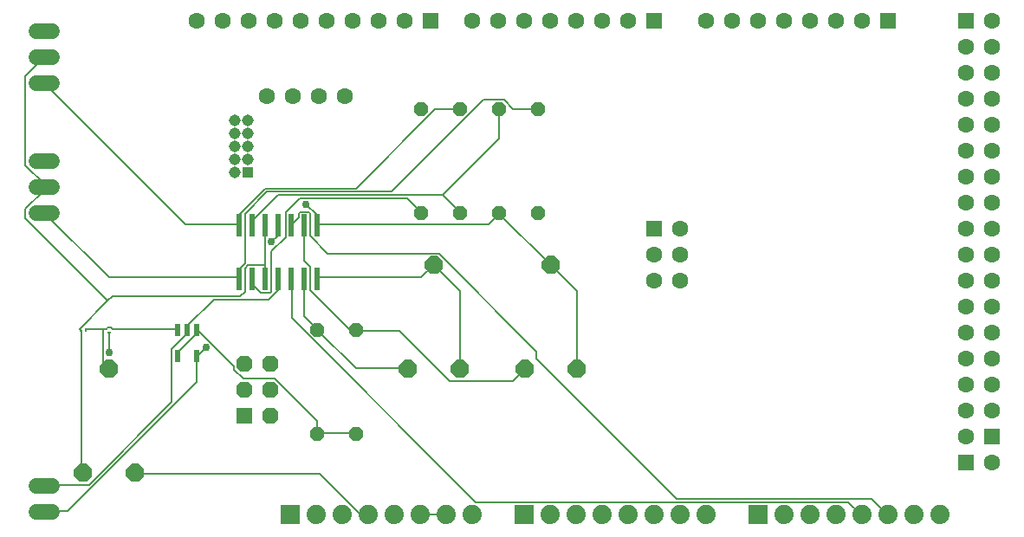
<source format=gbr>
G04 EAGLE Gerber RS-274X export*
G75*
%MOMM*%
%FSLAX34Y34*%
%LPD*%
%INTop Copper*%
%IPPOS*%
%AMOC8*
5,1,8,0,0,1.08239X$1,22.5*%
G01*
%ADD10R,1.879600X1.879600*%
%ADD11C,1.879600*%
%ADD12R,1.600200X1.600200*%
%ADD13C,1.600200*%
%ADD14C,1.143000*%
%ADD15R,1.108000X1.108000*%
%ADD16P,1.732040X8X22.500000*%
%ADD17R,0.250000X0.350000*%
%ADD18R,0.350000X0.250000*%
%ADD19C,1.524000*%
%ADD20P,1.429621X8X292.500000*%
%ADD21P,1.429621X8X112.500000*%
%ADD22P,1.924489X8X22.500000*%
%ADD23R,0.600000X1.200000*%
%ADD24R,0.600000X2.200000*%
%ADD25C,0.152400*%
%ADD26C,0.756400*%


D10*
X519430Y175260D03*
D11*
X544830Y175260D03*
X570230Y175260D03*
X595630Y175260D03*
X621030Y175260D03*
X646430Y175260D03*
X671830Y175260D03*
X697230Y175260D03*
X367030Y175260D03*
X392430Y175260D03*
X417830Y175260D03*
X443230Y175260D03*
X468630Y175260D03*
D10*
X748030Y175260D03*
D11*
X773430Y175260D03*
X798830Y175260D03*
X824230Y175260D03*
X849630Y175260D03*
X875030Y175260D03*
X900430Y175260D03*
X925830Y175260D03*
D12*
X976630Y251460D03*
D13*
X951230Y251460D03*
X976630Y276860D03*
X951230Y276860D03*
X976630Y302260D03*
X951230Y302260D03*
X976630Y327660D03*
X951230Y327660D03*
X976630Y353060D03*
X951230Y353060D03*
X976630Y378460D03*
X951230Y378460D03*
X976630Y403860D03*
X951230Y403860D03*
X976630Y429260D03*
X951230Y429260D03*
X976630Y454660D03*
X951230Y454660D03*
X976630Y480060D03*
X951230Y480060D03*
X976630Y505460D03*
X951230Y505460D03*
X976630Y530860D03*
X951230Y530860D03*
X976630Y556260D03*
X951230Y556260D03*
X976630Y581660D03*
X951230Y581660D03*
X976630Y607060D03*
X951230Y607060D03*
X976630Y632460D03*
X951230Y632460D03*
D12*
X875030Y657860D03*
D13*
X849630Y657860D03*
X824230Y657860D03*
X798830Y657860D03*
X773430Y657860D03*
X748030Y657860D03*
X722630Y657860D03*
X697230Y657860D03*
D12*
X646430Y454660D03*
D13*
X646430Y429260D03*
X646430Y403860D03*
X671830Y454660D03*
X671830Y429260D03*
X671830Y403860D03*
D12*
X951230Y657860D03*
D13*
X976630Y657860D03*
D12*
X951230Y226060D03*
D13*
X976630Y226060D03*
D12*
X646430Y657860D03*
D13*
X621030Y657860D03*
X595630Y657860D03*
X570230Y657860D03*
X544830Y657860D03*
X519430Y657860D03*
X494030Y657860D03*
X468630Y657860D03*
D12*
X427990Y657860D03*
D13*
X402590Y657860D03*
X377190Y657860D03*
X351790Y657860D03*
X326390Y657860D03*
X300990Y657860D03*
X275590Y657860D03*
X250190Y657860D03*
X224790Y657860D03*
X199390Y657860D03*
D14*
X236893Y560142D03*
X236893Y547442D03*
X249593Y547442D03*
X249593Y560142D03*
X236893Y534742D03*
X249593Y534742D03*
X236893Y522042D03*
X249593Y522042D03*
X236893Y509342D03*
D15*
X249593Y509342D03*
D13*
X344307Y584426D03*
X318907Y584426D03*
X293507Y584426D03*
X268107Y584426D03*
D16*
X246540Y322460D03*
X246540Y297060D03*
D12*
X246540Y271660D03*
D16*
X271940Y322460D03*
X271940Y297060D03*
X271940Y271660D03*
D10*
X290760Y175130D03*
D11*
X316160Y175130D03*
X341630Y175250D03*
D17*
X91400Y355600D03*
X86400Y355600D03*
D18*
X114300Y353100D03*
X114300Y358100D03*
D19*
X58420Y647700D02*
X43180Y647700D01*
X43180Y622300D02*
X58420Y622300D01*
X58420Y596900D02*
X43180Y596900D01*
X43180Y520700D02*
X58420Y520700D01*
X58420Y495300D02*
X43180Y495300D01*
X43180Y469900D02*
X58420Y469900D01*
X58420Y177800D02*
X43180Y177800D01*
X43180Y203200D02*
X58420Y203200D01*
D20*
X317500Y355600D03*
X317500Y254000D03*
D21*
X457200Y469900D03*
X457200Y571500D03*
X495300Y469900D03*
X495300Y571500D03*
D20*
X419100Y571500D03*
X419100Y469900D03*
D21*
X533400Y469900D03*
X533400Y571500D03*
D20*
X355600Y355600D03*
X355600Y254000D03*
D22*
X520700Y317500D03*
X571500Y317500D03*
X546100Y419100D03*
X406400Y317500D03*
X457200Y317500D03*
X431800Y419100D03*
X88900Y215900D03*
X139700Y215900D03*
X114300Y317500D03*
D23*
X200000Y329840D03*
X181000Y329840D03*
X200000Y355960D03*
X190500Y355960D03*
X181000Y355960D03*
D24*
X304800Y457800D03*
X304800Y405800D03*
X317500Y457800D03*
X292100Y457800D03*
X279400Y457800D03*
X317500Y405800D03*
X292100Y405800D03*
X279400Y405800D03*
X254000Y457800D03*
X254000Y405800D03*
X266700Y457800D03*
X241300Y457800D03*
X266700Y405800D03*
X241300Y405800D03*
D25*
X254508Y458724D02*
X254508Y463296D01*
X278892Y487680D01*
X440436Y487680D01*
X457200Y470916D01*
X254508Y458724D02*
X254000Y457800D01*
X457200Y469900D02*
X457200Y470916D01*
X495300Y542544D02*
X495300Y571500D01*
X495300Y542544D02*
X440436Y487680D01*
X484632Y458724D02*
X318516Y458724D01*
X484632Y458724D02*
X495300Y469392D01*
X318516Y458724D02*
X317500Y457800D01*
X316992Y467868D02*
X306324Y478536D01*
X316992Y467868D02*
X316992Y458724D01*
X317500Y457800D01*
X495300Y469392D02*
X545592Y419100D01*
X546100Y419100D01*
X495300Y469392D02*
X495300Y469900D01*
D26*
X306324Y478536D03*
D25*
X546100Y419100D02*
X571500Y393700D01*
X571500Y317500D01*
X304800Y423672D02*
X304800Y457800D01*
X304800Y423672D02*
X310896Y417576D01*
X310896Y394716D01*
X348996Y356616D01*
X355092Y356616D01*
X355600Y355600D01*
X509016Y305816D02*
X520700Y317500D01*
X509016Y305816D02*
X447040Y305816D01*
X397764Y355092D01*
X356616Y355092D01*
X355600Y355600D01*
X240792Y458724D02*
X188976Y458724D01*
X50800Y596900D01*
X240792Y458724D02*
X241300Y457800D01*
X432816Y571500D02*
X457200Y571500D01*
X432816Y571500D02*
X355092Y493776D01*
X266700Y493776D01*
X242316Y469392D01*
X242316Y458724D01*
X241300Y457800D01*
X50292Y495300D02*
X50292Y498348D01*
X32004Y516636D01*
X32004Y603504D01*
X50800Y622300D01*
X417830Y175260D02*
X443230Y175260D01*
X266700Y419100D02*
X266700Y457800D01*
X266700Y419100D02*
X266700Y405800D01*
X86868Y355092D02*
X86868Y217932D01*
X88900Y215900D01*
X86868Y355092D02*
X86400Y355600D01*
X249936Y419100D02*
X266700Y419100D01*
X249936Y419100D02*
X246888Y416052D01*
X246888Y393192D01*
X242316Y388620D01*
X117348Y388620D01*
X112776Y384048D02*
X85344Y356616D01*
X112776Y384048D02*
X117348Y388620D01*
X86400Y355600D02*
X85344Y356616D01*
X50292Y492252D02*
X50292Y495300D01*
X50292Y492252D02*
X32004Y473964D01*
X32004Y464820D01*
X112776Y384048D01*
X50800Y495300D02*
X50292Y495300D01*
X108204Y356616D02*
X111252Y356616D01*
X108204Y356616D02*
X91440Y356616D01*
X111252Y356616D02*
X112776Y358140D01*
X114300Y358140D01*
X91440Y356616D02*
X91400Y355600D01*
X108204Y356616D02*
X108204Y324612D01*
X114300Y318516D01*
X114300Y317500D01*
X117348Y356616D02*
X179832Y356616D01*
X117348Y356616D02*
X115824Y358140D01*
X114300Y358140D01*
X179832Y356616D02*
X181000Y355960D01*
X114300Y358100D02*
X114300Y358140D01*
X114300Y406908D02*
X240792Y406908D01*
X114300Y406908D02*
X51816Y469392D01*
X240792Y406908D02*
X241300Y405800D01*
X51816Y469392D02*
X50800Y469900D01*
X509016Y571500D02*
X533400Y571500D01*
X509016Y571500D02*
X499872Y580644D01*
X480060Y580644D01*
X390144Y490728D01*
X268224Y490728D01*
X246888Y469392D01*
X246888Y420624D01*
X242316Y416052D01*
X242316Y406908D01*
X241300Y405800D01*
X304800Y405800D02*
X304800Y368808D01*
X316992Y356616D01*
X317500Y355600D01*
X355092Y318516D02*
X405384Y318516D01*
X355092Y318516D02*
X318516Y355092D01*
X405384Y318516D02*
X406400Y317500D01*
X318516Y355092D02*
X317500Y355600D01*
X292608Y367284D02*
X292608Y405384D01*
X292608Y367284D02*
X472440Y187452D01*
X836676Y187452D01*
X848868Y175260D01*
X292608Y405384D02*
X292100Y405800D01*
X848868Y175260D02*
X849630Y175260D01*
X292608Y458724D02*
X292608Y463296D01*
X859536Y190500D02*
X874776Y175260D01*
X292608Y458724D02*
X292100Y457800D01*
X874776Y175260D02*
X875030Y175260D01*
X310086Y469747D02*
X308747Y471086D01*
X300853Y471086D01*
X299514Y469747D01*
X299514Y465630D01*
X292608Y458724D01*
X310086Y447981D02*
X327791Y430276D01*
X310086Y447981D02*
X310086Y469747D01*
X327791Y430276D02*
X436429Y430276D01*
X531876Y334829D01*
X531876Y327687D02*
X669063Y190500D01*
X531876Y327687D02*
X531876Y334829D01*
X669063Y190500D02*
X859536Y190500D01*
X181356Y330708D02*
X181356Y333756D01*
X199644Y352044D01*
X199644Y355092D01*
X181356Y330708D02*
X181000Y329840D01*
X199644Y355092D02*
X200000Y355960D01*
X318516Y254508D02*
X355092Y254508D01*
X318516Y254508D02*
X317500Y254000D01*
X355092Y254508D02*
X355600Y254000D01*
X236220Y320040D02*
X201168Y355092D01*
X236220Y320040D02*
X236220Y316992D01*
X245364Y307848D01*
X275844Y307848D01*
X316992Y266700D01*
X316992Y254508D01*
X201168Y355092D02*
X200000Y355960D01*
X316992Y254508D02*
X317500Y254000D01*
X199644Y304800D02*
X199644Y329184D01*
X199644Y304800D02*
X73152Y178308D01*
X51816Y178308D01*
X199644Y329184D02*
X200000Y329840D01*
X51816Y178308D02*
X50800Y177800D01*
X278892Y448056D02*
X278892Y457200D01*
X278892Y448056D02*
X272796Y441960D01*
X208788Y338328D02*
X201168Y330708D01*
X278892Y457200D02*
X279400Y457800D01*
X201168Y330708D02*
X200000Y329840D01*
D26*
X272796Y441960D03*
X208788Y338328D03*
D25*
X190500Y355960D02*
X190500Y359664D01*
X216408Y385572D01*
X269748Y385572D01*
X278892Y394716D01*
X278892Y405384D01*
X279400Y405800D01*
X94488Y204216D02*
X51816Y204216D01*
X94488Y204216D02*
X175260Y284988D01*
X175260Y336804D01*
X190500Y352044D01*
X190500Y355960D01*
X51816Y204216D02*
X50800Y203200D01*
X254508Y399288D02*
X254508Y405384D01*
X254508Y399288D02*
X262128Y391668D01*
X271272Y391668D01*
X272796Y393192D01*
X272796Y432816D01*
X286512Y446532D01*
X286512Y470916D01*
X300228Y484632D01*
X405384Y484632D01*
X419100Y470916D01*
X254508Y405384D02*
X254000Y405800D01*
X419100Y469900D02*
X419100Y470916D01*
X114300Y353100D02*
X114300Y333756D01*
X359664Y175260D02*
X367030Y175260D01*
X359664Y175260D02*
X320040Y214884D01*
X140208Y214884D01*
X139700Y215900D01*
D26*
X114300Y333756D03*
D25*
X318516Y406908D02*
X419100Y406908D01*
X431292Y419100D01*
X318516Y406908D02*
X317500Y405800D01*
X431292Y419100D02*
X431800Y419100D01*
X457200Y393700D01*
X457200Y317500D01*
M02*

</source>
